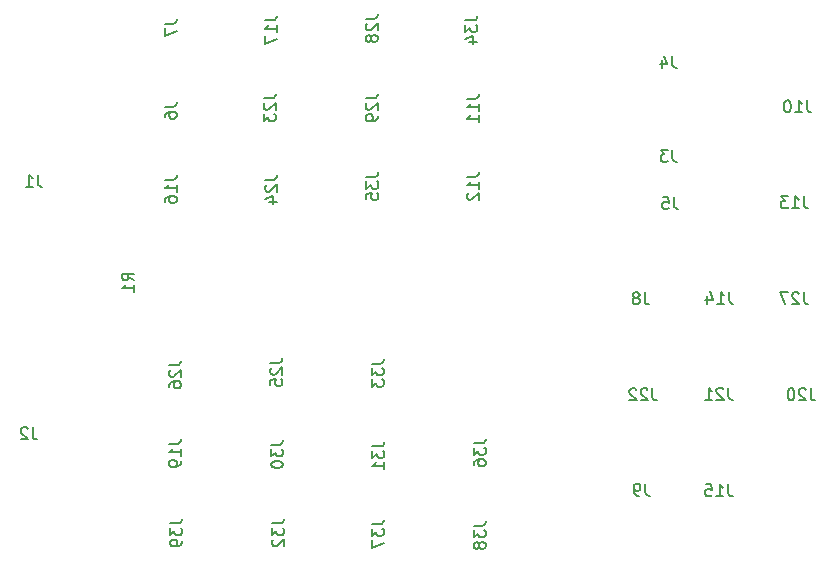
<source format=gbr>
G04 #@! TF.GenerationSoftware,KiCad,Pcbnew,(5.1.5-0-10_14)*
G04 #@! TF.CreationDate,2021-10-24T14:34:02+10:00*
G04 #@! TF.ProjectId,PowerDistribution,506f7765-7244-4697-9374-726962757469,rev?*
G04 #@! TF.SameCoordinates,Original*
G04 #@! TF.FileFunction,Legend,Bot*
G04 #@! TF.FilePolarity,Positive*
%FSLAX46Y46*%
G04 Gerber Fmt 4.6, Leading zero omitted, Abs format (unit mm)*
G04 Created by KiCad (PCBNEW (5.1.5-0-10_14)) date 2021-10-24 14:34:02*
%MOMM*%
%LPD*%
G04 APERTURE LIST*
%ADD10C,0.150000*%
G04 APERTURE END LIST*
D10*
X103393833Y-93686380D02*
X103393833Y-94400666D01*
X103441452Y-94543523D01*
X103536690Y-94638761D01*
X103679547Y-94686380D01*
X103774785Y-94686380D01*
X102965261Y-93781619D02*
X102917642Y-93734000D01*
X102822404Y-93686380D01*
X102584309Y-93686380D01*
X102489071Y-93734000D01*
X102441452Y-93781619D01*
X102393833Y-93876857D01*
X102393833Y-93972095D01*
X102441452Y-94114952D01*
X103012880Y-94686380D01*
X102393833Y-94686380D01*
X103837833Y-72286880D02*
X103837833Y-73001166D01*
X103885452Y-73144023D01*
X103980690Y-73239261D01*
X104123547Y-73286880D01*
X104218785Y-73286880D01*
X102837833Y-73286880D02*
X103409261Y-73286880D01*
X103123547Y-73286880D02*
X103123547Y-72286880D01*
X103218785Y-72429738D01*
X103314023Y-72524976D01*
X103409261Y-72572595D01*
X111958880Y-81240333D02*
X111482690Y-80907000D01*
X111958880Y-80668904D02*
X110958880Y-80668904D01*
X110958880Y-81049857D01*
X111006500Y-81145095D01*
X111054119Y-81192714D01*
X111149357Y-81240333D01*
X111292214Y-81240333D01*
X111387452Y-81192714D01*
X111435071Y-81145095D01*
X111482690Y-81049857D01*
X111482690Y-80668904D01*
X111958880Y-82192714D02*
X111958880Y-81621285D01*
X111958880Y-81907000D02*
X110958880Y-81907000D01*
X111101738Y-81811761D01*
X111196976Y-81716523D01*
X111244595Y-81621285D01*
X162290023Y-98512380D02*
X162290023Y-99226666D01*
X162337642Y-99369523D01*
X162432880Y-99464761D01*
X162575738Y-99512380D01*
X162670976Y-99512380D01*
X161290023Y-99512380D02*
X161861452Y-99512380D01*
X161575738Y-99512380D02*
X161575738Y-98512380D01*
X161670976Y-98655238D01*
X161766214Y-98750476D01*
X161861452Y-98798095D01*
X160385261Y-98512380D02*
X160861452Y-98512380D01*
X160909071Y-98988571D01*
X160861452Y-98940952D01*
X160766214Y-98893333D01*
X160528119Y-98893333D01*
X160432880Y-98940952D01*
X160385261Y-98988571D01*
X160337642Y-99083809D01*
X160337642Y-99321904D01*
X160385261Y-99417142D01*
X160432880Y-99464761D01*
X160528119Y-99512380D01*
X160766214Y-99512380D01*
X160861452Y-99464761D01*
X160909071Y-99417142D01*
X140168380Y-72469476D02*
X140882666Y-72469476D01*
X141025523Y-72421857D01*
X141120761Y-72326619D01*
X141168380Y-72183761D01*
X141168380Y-72088523D01*
X141168380Y-73469476D02*
X141168380Y-72898047D01*
X141168380Y-73183761D02*
X140168380Y-73183761D01*
X140311238Y-73088523D01*
X140406476Y-72993285D01*
X140454095Y-72898047D01*
X140263619Y-73850428D02*
X140216000Y-73898047D01*
X140168380Y-73993285D01*
X140168380Y-74231380D01*
X140216000Y-74326619D01*
X140263619Y-74374238D01*
X140358857Y-74421857D01*
X140454095Y-74421857D01*
X140596952Y-74374238D01*
X141168380Y-73802809D01*
X141168380Y-74421857D01*
X155273333Y-98448880D02*
X155273333Y-99163166D01*
X155320952Y-99306023D01*
X155416190Y-99401261D01*
X155559047Y-99448880D01*
X155654285Y-99448880D01*
X154749523Y-99448880D02*
X154559047Y-99448880D01*
X154463809Y-99401261D01*
X154416190Y-99353642D01*
X154320952Y-99210785D01*
X154273333Y-99020309D01*
X154273333Y-98639357D01*
X154320952Y-98544119D01*
X154368571Y-98496500D01*
X154463809Y-98448880D01*
X154654285Y-98448880D01*
X154749523Y-98496500D01*
X154797142Y-98544119D01*
X154844761Y-98639357D01*
X154844761Y-98877452D01*
X154797142Y-98972690D01*
X154749523Y-99020309D01*
X154654285Y-99067928D01*
X154463809Y-99067928D01*
X154368571Y-99020309D01*
X154320952Y-98972690D01*
X154273333Y-98877452D01*
X140739880Y-95011976D02*
X141454166Y-95011976D01*
X141597023Y-94964357D01*
X141692261Y-94869119D01*
X141739880Y-94726261D01*
X141739880Y-94631023D01*
X140739880Y-95392928D02*
X140739880Y-96011976D01*
X141120833Y-95678642D01*
X141120833Y-95821500D01*
X141168452Y-95916738D01*
X141216071Y-95964357D01*
X141311309Y-96011976D01*
X141549404Y-96011976D01*
X141644642Y-95964357D01*
X141692261Y-95916738D01*
X141739880Y-95821500D01*
X141739880Y-95535785D01*
X141692261Y-95440547D01*
X141644642Y-95392928D01*
X140739880Y-96869119D02*
X140739880Y-96678642D01*
X140787500Y-96583404D01*
X140835119Y-96535785D01*
X140977976Y-96440547D01*
X141168452Y-96392928D01*
X141549404Y-96392928D01*
X141644642Y-96440547D01*
X141692261Y-96488166D01*
X141739880Y-96583404D01*
X141739880Y-96773880D01*
X141692261Y-96869119D01*
X141644642Y-96916738D01*
X141549404Y-96964357D01*
X141311309Y-96964357D01*
X141216071Y-96916738D01*
X141168452Y-96869119D01*
X141120833Y-96773880D01*
X141120833Y-96583404D01*
X141168452Y-96488166D01*
X141216071Y-96440547D01*
X141311309Y-96392928D01*
X140168380Y-65865476D02*
X140882666Y-65865476D01*
X141025523Y-65817857D01*
X141120761Y-65722619D01*
X141168380Y-65579761D01*
X141168380Y-65484523D01*
X141168380Y-66865476D02*
X141168380Y-66294047D01*
X141168380Y-66579761D02*
X140168380Y-66579761D01*
X140311238Y-66484523D01*
X140406476Y-66389285D01*
X140454095Y-66294047D01*
X141168380Y-67817857D02*
X141168380Y-67246428D01*
X141168380Y-67532142D02*
X140168380Y-67532142D01*
X140311238Y-67436904D01*
X140406476Y-67341666D01*
X140454095Y-67246428D01*
X155876523Y-90384380D02*
X155876523Y-91098666D01*
X155924142Y-91241523D01*
X156019380Y-91336761D01*
X156162238Y-91384380D01*
X156257476Y-91384380D01*
X155447952Y-90479619D02*
X155400333Y-90432000D01*
X155305095Y-90384380D01*
X155067000Y-90384380D01*
X154971761Y-90432000D01*
X154924142Y-90479619D01*
X154876523Y-90574857D01*
X154876523Y-90670095D01*
X154924142Y-90812952D01*
X155495571Y-91384380D01*
X154876523Y-91384380D01*
X154495571Y-90479619D02*
X154447952Y-90432000D01*
X154352714Y-90384380D01*
X154114619Y-90384380D01*
X154019380Y-90432000D01*
X153971761Y-90479619D01*
X153924142Y-90574857D01*
X153924142Y-90670095D01*
X153971761Y-90812952D01*
X154543190Y-91384380D01*
X153924142Y-91384380D01*
X140739880Y-101996976D02*
X141454166Y-101996976D01*
X141597023Y-101949357D01*
X141692261Y-101854119D01*
X141739880Y-101711261D01*
X141739880Y-101616023D01*
X140739880Y-102377928D02*
X140739880Y-102996976D01*
X141120833Y-102663642D01*
X141120833Y-102806500D01*
X141168452Y-102901738D01*
X141216071Y-102949357D01*
X141311309Y-102996976D01*
X141549404Y-102996976D01*
X141644642Y-102949357D01*
X141692261Y-102901738D01*
X141739880Y-102806500D01*
X141739880Y-102520785D01*
X141692261Y-102425547D01*
X141644642Y-102377928D01*
X141168452Y-103568404D02*
X141120833Y-103473166D01*
X141073214Y-103425547D01*
X140977976Y-103377928D01*
X140930357Y-103377928D01*
X140835119Y-103425547D01*
X140787500Y-103473166D01*
X140739880Y-103568404D01*
X140739880Y-103758880D01*
X140787500Y-103854119D01*
X140835119Y-103901738D01*
X140930357Y-103949357D01*
X140977976Y-103949357D01*
X141073214Y-103901738D01*
X141120833Y-103854119D01*
X141168452Y-103758880D01*
X141168452Y-103568404D01*
X141216071Y-103473166D01*
X141263690Y-103425547D01*
X141358928Y-103377928D01*
X141549404Y-103377928D01*
X141644642Y-103425547D01*
X141692261Y-103473166D01*
X141739880Y-103568404D01*
X141739880Y-103758880D01*
X141692261Y-103854119D01*
X141644642Y-103901738D01*
X141549404Y-103949357D01*
X141358928Y-103949357D01*
X141263690Y-103901738D01*
X141216071Y-103854119D01*
X141168452Y-103758880D01*
X131659380Y-72469476D02*
X132373666Y-72469476D01*
X132516523Y-72421857D01*
X132611761Y-72326619D01*
X132659380Y-72183761D01*
X132659380Y-72088523D01*
X131659380Y-72850428D02*
X131659380Y-73469476D01*
X132040333Y-73136142D01*
X132040333Y-73279000D01*
X132087952Y-73374238D01*
X132135571Y-73421857D01*
X132230809Y-73469476D01*
X132468904Y-73469476D01*
X132564142Y-73421857D01*
X132611761Y-73374238D01*
X132659380Y-73279000D01*
X132659380Y-72993285D01*
X132611761Y-72898047D01*
X132564142Y-72850428D01*
X131659380Y-74374238D02*
X131659380Y-73898047D01*
X132135571Y-73850428D01*
X132087952Y-73898047D01*
X132040333Y-73993285D01*
X132040333Y-74231380D01*
X132087952Y-74326619D01*
X132135571Y-74374238D01*
X132230809Y-74421857D01*
X132468904Y-74421857D01*
X132564142Y-74374238D01*
X132611761Y-74326619D01*
X132659380Y-74231380D01*
X132659380Y-73993285D01*
X132611761Y-73898047D01*
X132564142Y-73850428D01*
X162290023Y-90320880D02*
X162290023Y-91035166D01*
X162337642Y-91178023D01*
X162432880Y-91273261D01*
X162575738Y-91320880D01*
X162670976Y-91320880D01*
X161861452Y-90416119D02*
X161813833Y-90368500D01*
X161718595Y-90320880D01*
X161480500Y-90320880D01*
X161385261Y-90368500D01*
X161337642Y-90416119D01*
X161290023Y-90511357D01*
X161290023Y-90606595D01*
X161337642Y-90749452D01*
X161909071Y-91320880D01*
X161290023Y-91320880D01*
X160337642Y-91320880D02*
X160909071Y-91320880D01*
X160623357Y-91320880D02*
X160623357Y-90320880D01*
X160718595Y-90463738D01*
X160813833Y-90558976D01*
X160909071Y-90606595D01*
X132103880Y-101869976D02*
X132818166Y-101869976D01*
X132961023Y-101822357D01*
X133056261Y-101727119D01*
X133103880Y-101584261D01*
X133103880Y-101489023D01*
X132103880Y-102250928D02*
X132103880Y-102869976D01*
X132484833Y-102536642D01*
X132484833Y-102679500D01*
X132532452Y-102774738D01*
X132580071Y-102822357D01*
X132675309Y-102869976D01*
X132913404Y-102869976D01*
X133008642Y-102822357D01*
X133056261Y-102774738D01*
X133103880Y-102679500D01*
X133103880Y-102393785D01*
X133056261Y-102298547D01*
X133008642Y-102250928D01*
X132103880Y-103203309D02*
X132103880Y-103869976D01*
X133103880Y-103441404D01*
X140041380Y-59197976D02*
X140755666Y-59197976D01*
X140898523Y-59150357D01*
X140993761Y-59055119D01*
X141041380Y-58912261D01*
X141041380Y-58817023D01*
X140041380Y-59578928D02*
X140041380Y-60197976D01*
X140422333Y-59864642D01*
X140422333Y-60007500D01*
X140469952Y-60102738D01*
X140517571Y-60150357D01*
X140612809Y-60197976D01*
X140850904Y-60197976D01*
X140946142Y-60150357D01*
X140993761Y-60102738D01*
X141041380Y-60007500D01*
X141041380Y-59721785D01*
X140993761Y-59626547D01*
X140946142Y-59578928D01*
X140374714Y-61055119D02*
X141041380Y-61055119D01*
X139993761Y-60817023D02*
X140708047Y-60578928D01*
X140708047Y-61197976D01*
X169275023Y-90384380D02*
X169275023Y-91098666D01*
X169322642Y-91241523D01*
X169417880Y-91336761D01*
X169560738Y-91384380D01*
X169655976Y-91384380D01*
X168846452Y-90479619D02*
X168798833Y-90432000D01*
X168703595Y-90384380D01*
X168465500Y-90384380D01*
X168370261Y-90432000D01*
X168322642Y-90479619D01*
X168275023Y-90574857D01*
X168275023Y-90670095D01*
X168322642Y-90812952D01*
X168894071Y-91384380D01*
X168275023Y-91384380D01*
X167655976Y-90384380D02*
X167560738Y-90384380D01*
X167465500Y-90432000D01*
X167417880Y-90479619D01*
X167370261Y-90574857D01*
X167322642Y-90765333D01*
X167322642Y-91003428D01*
X167370261Y-91193904D01*
X167417880Y-91289142D01*
X167465500Y-91336761D01*
X167560738Y-91384380D01*
X167655976Y-91384380D01*
X167751214Y-91336761D01*
X167798833Y-91289142D01*
X167846452Y-91193904D01*
X167894071Y-91003428D01*
X167894071Y-90765333D01*
X167846452Y-90574857D01*
X167798833Y-90479619D01*
X167751214Y-90432000D01*
X167655976Y-90384380D01*
X132103880Y-88280976D02*
X132818166Y-88280976D01*
X132961023Y-88233357D01*
X133056261Y-88138119D01*
X133103880Y-87995261D01*
X133103880Y-87900023D01*
X132103880Y-88661928D02*
X132103880Y-89280976D01*
X132484833Y-88947642D01*
X132484833Y-89090500D01*
X132532452Y-89185738D01*
X132580071Y-89233357D01*
X132675309Y-89280976D01*
X132913404Y-89280976D01*
X133008642Y-89233357D01*
X133056261Y-89185738D01*
X133103880Y-89090500D01*
X133103880Y-88804785D01*
X133056261Y-88709547D01*
X133008642Y-88661928D01*
X132103880Y-89614309D02*
X132103880Y-90233357D01*
X132484833Y-89900023D01*
X132484833Y-90042880D01*
X132532452Y-90138119D01*
X132580071Y-90185738D01*
X132675309Y-90233357D01*
X132913404Y-90233357D01*
X133008642Y-90185738D01*
X133056261Y-90138119D01*
X133103880Y-90042880D01*
X133103880Y-89757166D01*
X133056261Y-89661928D01*
X133008642Y-89614309D01*
X131595880Y-65801976D02*
X132310166Y-65801976D01*
X132453023Y-65754357D01*
X132548261Y-65659119D01*
X132595880Y-65516261D01*
X132595880Y-65421023D01*
X131691119Y-66230547D02*
X131643500Y-66278166D01*
X131595880Y-66373404D01*
X131595880Y-66611500D01*
X131643500Y-66706738D01*
X131691119Y-66754357D01*
X131786357Y-66801976D01*
X131881595Y-66801976D01*
X132024452Y-66754357D01*
X132595880Y-66182928D01*
X132595880Y-66801976D01*
X132595880Y-67278166D02*
X132595880Y-67468642D01*
X132548261Y-67563880D01*
X132500642Y-67611500D01*
X132357785Y-67706738D01*
X132167309Y-67754357D01*
X131786357Y-67754357D01*
X131691119Y-67706738D01*
X131643500Y-67659119D01*
X131595880Y-67563880D01*
X131595880Y-67373404D01*
X131643500Y-67278166D01*
X131691119Y-67230547D01*
X131786357Y-67182928D01*
X132024452Y-67182928D01*
X132119690Y-67230547D01*
X132167309Y-67278166D01*
X132214928Y-67373404D01*
X132214928Y-67563880D01*
X132167309Y-67659119D01*
X132119690Y-67706738D01*
X132024452Y-67754357D01*
X168703523Y-82256380D02*
X168703523Y-82970666D01*
X168751142Y-83113523D01*
X168846380Y-83208761D01*
X168989238Y-83256380D01*
X169084476Y-83256380D01*
X168274952Y-82351619D02*
X168227333Y-82304000D01*
X168132095Y-82256380D01*
X167894000Y-82256380D01*
X167798761Y-82304000D01*
X167751142Y-82351619D01*
X167703523Y-82446857D01*
X167703523Y-82542095D01*
X167751142Y-82684952D01*
X168322571Y-83256380D01*
X167703523Y-83256380D01*
X167370190Y-82256380D02*
X166703523Y-82256380D01*
X167132095Y-83256380D01*
X123658380Y-101806476D02*
X124372666Y-101806476D01*
X124515523Y-101758857D01*
X124610761Y-101663619D01*
X124658380Y-101520761D01*
X124658380Y-101425523D01*
X123658380Y-102187428D02*
X123658380Y-102806476D01*
X124039333Y-102473142D01*
X124039333Y-102616000D01*
X124086952Y-102711238D01*
X124134571Y-102758857D01*
X124229809Y-102806476D01*
X124467904Y-102806476D01*
X124563142Y-102758857D01*
X124610761Y-102711238D01*
X124658380Y-102616000D01*
X124658380Y-102330285D01*
X124610761Y-102235047D01*
X124563142Y-102187428D01*
X123753619Y-103187428D02*
X123706000Y-103235047D01*
X123658380Y-103330285D01*
X123658380Y-103568380D01*
X123706000Y-103663619D01*
X123753619Y-103711238D01*
X123848857Y-103758857D01*
X123944095Y-103758857D01*
X124086952Y-103711238D01*
X124658380Y-103139809D01*
X124658380Y-103758857D01*
X131595880Y-59070976D02*
X132310166Y-59070976D01*
X132453023Y-59023357D01*
X132548261Y-58928119D01*
X132595880Y-58785261D01*
X132595880Y-58690023D01*
X131691119Y-59499547D02*
X131643500Y-59547166D01*
X131595880Y-59642404D01*
X131595880Y-59880500D01*
X131643500Y-59975738D01*
X131691119Y-60023357D01*
X131786357Y-60070976D01*
X131881595Y-60070976D01*
X132024452Y-60023357D01*
X132595880Y-59451928D01*
X132595880Y-60070976D01*
X132024452Y-60642404D02*
X131976833Y-60547166D01*
X131929214Y-60499547D01*
X131833976Y-60451928D01*
X131786357Y-60451928D01*
X131691119Y-60499547D01*
X131643500Y-60547166D01*
X131595880Y-60642404D01*
X131595880Y-60832880D01*
X131643500Y-60928119D01*
X131691119Y-60975738D01*
X131786357Y-61023357D01*
X131833976Y-61023357D01*
X131929214Y-60975738D01*
X131976833Y-60928119D01*
X132024452Y-60832880D01*
X132024452Y-60642404D01*
X132072071Y-60547166D01*
X132119690Y-60499547D01*
X132214928Y-60451928D01*
X132405404Y-60451928D01*
X132500642Y-60499547D01*
X132548261Y-60547166D01*
X132595880Y-60642404D01*
X132595880Y-60832880D01*
X132548261Y-60928119D01*
X132500642Y-60975738D01*
X132405404Y-61023357D01*
X132214928Y-61023357D01*
X132119690Y-60975738D01*
X132072071Y-60928119D01*
X132024452Y-60832880D01*
X168693523Y-74115880D02*
X168693523Y-74830166D01*
X168741142Y-74973023D01*
X168836380Y-75068261D01*
X168979238Y-75115880D01*
X169074476Y-75115880D01*
X167693523Y-75115880D02*
X168264952Y-75115880D01*
X167979238Y-75115880D02*
X167979238Y-74115880D01*
X168074476Y-74258738D01*
X168169714Y-74353976D01*
X168264952Y-74401595D01*
X167360190Y-74115880D02*
X166741142Y-74115880D01*
X167074476Y-74496833D01*
X166931619Y-74496833D01*
X166836380Y-74544452D01*
X166788761Y-74592071D01*
X166741142Y-74687309D01*
X166741142Y-74925404D01*
X166788761Y-75020642D01*
X166836380Y-75068261D01*
X166931619Y-75115880D01*
X167217333Y-75115880D01*
X167312571Y-75068261D01*
X167360190Y-75020642D01*
X132167380Y-95265976D02*
X132881666Y-95265976D01*
X133024523Y-95218357D01*
X133119761Y-95123119D01*
X133167380Y-94980261D01*
X133167380Y-94885023D01*
X132167380Y-95646928D02*
X132167380Y-96265976D01*
X132548333Y-95932642D01*
X132548333Y-96075500D01*
X132595952Y-96170738D01*
X132643571Y-96218357D01*
X132738809Y-96265976D01*
X132976904Y-96265976D01*
X133072142Y-96218357D01*
X133119761Y-96170738D01*
X133167380Y-96075500D01*
X133167380Y-95789785D01*
X133119761Y-95694547D01*
X133072142Y-95646928D01*
X133167380Y-97218357D02*
X133167380Y-96646928D01*
X133167380Y-96932642D02*
X132167380Y-96932642D01*
X132310238Y-96837404D01*
X132405476Y-96742166D01*
X132453095Y-96646928D01*
X123086880Y-72723476D02*
X123801166Y-72723476D01*
X123944023Y-72675857D01*
X124039261Y-72580619D01*
X124086880Y-72437761D01*
X124086880Y-72342523D01*
X123182119Y-73152047D02*
X123134500Y-73199666D01*
X123086880Y-73294904D01*
X123086880Y-73533000D01*
X123134500Y-73628238D01*
X123182119Y-73675857D01*
X123277357Y-73723476D01*
X123372595Y-73723476D01*
X123515452Y-73675857D01*
X124086880Y-73104428D01*
X124086880Y-73723476D01*
X123420214Y-74580619D02*
X124086880Y-74580619D01*
X123039261Y-74342523D02*
X123753547Y-74104428D01*
X123753547Y-74723476D01*
X162354023Y-82192880D02*
X162354023Y-82907166D01*
X162401642Y-83050023D01*
X162496880Y-83145261D01*
X162639738Y-83192880D01*
X162734976Y-83192880D01*
X161354023Y-83192880D02*
X161925452Y-83192880D01*
X161639738Y-83192880D02*
X161639738Y-82192880D01*
X161734976Y-82335738D01*
X161830214Y-82430976D01*
X161925452Y-82478595D01*
X160496880Y-82526214D02*
X160496880Y-83192880D01*
X160734976Y-82145261D02*
X160973071Y-82859547D01*
X160354023Y-82859547D01*
X123594880Y-95138976D02*
X124309166Y-95138976D01*
X124452023Y-95091357D01*
X124547261Y-94996119D01*
X124594880Y-94853261D01*
X124594880Y-94758023D01*
X123594880Y-95519928D02*
X123594880Y-96138976D01*
X123975833Y-95805642D01*
X123975833Y-95948500D01*
X124023452Y-96043738D01*
X124071071Y-96091357D01*
X124166309Y-96138976D01*
X124404404Y-96138976D01*
X124499642Y-96091357D01*
X124547261Y-96043738D01*
X124594880Y-95948500D01*
X124594880Y-95662785D01*
X124547261Y-95567547D01*
X124499642Y-95519928D01*
X123594880Y-96758023D02*
X123594880Y-96853261D01*
X123642500Y-96948500D01*
X123690119Y-96996119D01*
X123785357Y-97043738D01*
X123975833Y-97091357D01*
X124213928Y-97091357D01*
X124404404Y-97043738D01*
X124499642Y-96996119D01*
X124547261Y-96948500D01*
X124594880Y-96853261D01*
X124594880Y-96758023D01*
X124547261Y-96662785D01*
X124499642Y-96615166D01*
X124404404Y-96567547D01*
X124213928Y-96519928D01*
X123975833Y-96519928D01*
X123785357Y-96567547D01*
X123690119Y-96615166D01*
X123642500Y-96662785D01*
X123594880Y-96758023D01*
X122959880Y-65801976D02*
X123674166Y-65801976D01*
X123817023Y-65754357D01*
X123912261Y-65659119D01*
X123959880Y-65516261D01*
X123959880Y-65421023D01*
X123055119Y-66230547D02*
X123007500Y-66278166D01*
X122959880Y-66373404D01*
X122959880Y-66611500D01*
X123007500Y-66706738D01*
X123055119Y-66754357D01*
X123150357Y-66801976D01*
X123245595Y-66801976D01*
X123388452Y-66754357D01*
X123959880Y-66182928D01*
X123959880Y-66801976D01*
X122959880Y-67135309D02*
X122959880Y-67754357D01*
X123340833Y-67421023D01*
X123340833Y-67563880D01*
X123388452Y-67659119D01*
X123436071Y-67706738D01*
X123531309Y-67754357D01*
X123769404Y-67754357D01*
X123864642Y-67706738D01*
X123912261Y-67659119D01*
X123959880Y-67563880D01*
X123959880Y-67278166D01*
X123912261Y-67182928D01*
X123864642Y-67135309D01*
X168957523Y-66000380D02*
X168957523Y-66714666D01*
X169005142Y-66857523D01*
X169100380Y-66952761D01*
X169243238Y-67000380D01*
X169338476Y-67000380D01*
X167957523Y-67000380D02*
X168528952Y-67000380D01*
X168243238Y-67000380D02*
X168243238Y-66000380D01*
X168338476Y-66143238D01*
X168433714Y-66238476D01*
X168528952Y-66286095D01*
X167338476Y-66000380D02*
X167243238Y-66000380D01*
X167148000Y-66048000D01*
X167100380Y-66095619D01*
X167052761Y-66190857D01*
X167005142Y-66381333D01*
X167005142Y-66619428D01*
X167052761Y-66809904D01*
X167100380Y-66905142D01*
X167148000Y-66952761D01*
X167243238Y-67000380D01*
X167338476Y-67000380D01*
X167433714Y-66952761D01*
X167481333Y-66905142D01*
X167528952Y-66809904D01*
X167576571Y-66619428D01*
X167576571Y-66381333D01*
X167528952Y-66190857D01*
X167481333Y-66095619D01*
X167433714Y-66048000D01*
X167338476Y-66000380D01*
X123531380Y-88217476D02*
X124245666Y-88217476D01*
X124388523Y-88169857D01*
X124483761Y-88074619D01*
X124531380Y-87931761D01*
X124531380Y-87836523D01*
X123626619Y-88646047D02*
X123579000Y-88693666D01*
X123531380Y-88788904D01*
X123531380Y-89027000D01*
X123579000Y-89122238D01*
X123626619Y-89169857D01*
X123721857Y-89217476D01*
X123817095Y-89217476D01*
X123959952Y-89169857D01*
X124531380Y-88598428D01*
X124531380Y-89217476D01*
X123531380Y-90122238D02*
X123531380Y-89646047D01*
X124007571Y-89598428D01*
X123959952Y-89646047D01*
X123912333Y-89741285D01*
X123912333Y-89979380D01*
X123959952Y-90074619D01*
X124007571Y-90122238D01*
X124102809Y-90169857D01*
X124340904Y-90169857D01*
X124436142Y-90122238D01*
X124483761Y-90074619D01*
X124531380Y-89979380D01*
X124531380Y-89741285D01*
X124483761Y-89646047D01*
X124436142Y-89598428D01*
X123086880Y-59197976D02*
X123801166Y-59197976D01*
X123944023Y-59150357D01*
X124039261Y-59055119D01*
X124086880Y-58912261D01*
X124086880Y-58817023D01*
X124086880Y-60197976D02*
X124086880Y-59626547D01*
X124086880Y-59912261D02*
X123086880Y-59912261D01*
X123229738Y-59817023D01*
X123324976Y-59721785D01*
X123372595Y-59626547D01*
X123086880Y-60531309D02*
X123086880Y-61197976D01*
X124086880Y-60769404D01*
X155209833Y-82256380D02*
X155209833Y-82970666D01*
X155257452Y-83113523D01*
X155352690Y-83208761D01*
X155495547Y-83256380D01*
X155590785Y-83256380D01*
X154590785Y-82684952D02*
X154686023Y-82637333D01*
X154733642Y-82589714D01*
X154781261Y-82494476D01*
X154781261Y-82446857D01*
X154733642Y-82351619D01*
X154686023Y-82304000D01*
X154590785Y-82256380D01*
X154400309Y-82256380D01*
X154305071Y-82304000D01*
X154257452Y-82351619D01*
X154209833Y-82446857D01*
X154209833Y-82494476D01*
X154257452Y-82589714D01*
X154305071Y-82637333D01*
X154400309Y-82684952D01*
X154590785Y-82684952D01*
X154686023Y-82732571D01*
X154733642Y-82780190D01*
X154781261Y-82875428D01*
X154781261Y-83065904D01*
X154733642Y-83161142D01*
X154686023Y-83208761D01*
X154590785Y-83256380D01*
X154400309Y-83256380D01*
X154305071Y-83208761D01*
X154257452Y-83161142D01*
X154209833Y-83065904D01*
X154209833Y-82875428D01*
X154257452Y-82780190D01*
X154305071Y-82732571D01*
X154400309Y-82684952D01*
X114958880Y-88407976D02*
X115673166Y-88407976D01*
X115816023Y-88360357D01*
X115911261Y-88265119D01*
X115958880Y-88122261D01*
X115958880Y-88027023D01*
X115054119Y-88836547D02*
X115006500Y-88884166D01*
X114958880Y-88979404D01*
X114958880Y-89217500D01*
X115006500Y-89312738D01*
X115054119Y-89360357D01*
X115149357Y-89407976D01*
X115244595Y-89407976D01*
X115387452Y-89360357D01*
X115958880Y-88788928D01*
X115958880Y-89407976D01*
X114958880Y-90265119D02*
X114958880Y-90074642D01*
X115006500Y-89979404D01*
X115054119Y-89931785D01*
X115196976Y-89836547D01*
X115387452Y-89788928D01*
X115768404Y-89788928D01*
X115863642Y-89836547D01*
X115911261Y-89884166D01*
X115958880Y-89979404D01*
X115958880Y-90169880D01*
X115911261Y-90265119D01*
X115863642Y-90312738D01*
X115768404Y-90360357D01*
X115530309Y-90360357D01*
X115435071Y-90312738D01*
X115387452Y-90265119D01*
X115339833Y-90169880D01*
X115339833Y-89979404D01*
X115387452Y-89884166D01*
X115435071Y-89836547D01*
X115530309Y-89788928D01*
X114577880Y-72723476D02*
X115292166Y-72723476D01*
X115435023Y-72675857D01*
X115530261Y-72580619D01*
X115577880Y-72437761D01*
X115577880Y-72342523D01*
X115577880Y-73723476D02*
X115577880Y-73152047D01*
X115577880Y-73437761D02*
X114577880Y-73437761D01*
X114720738Y-73342523D01*
X114815976Y-73247285D01*
X114863595Y-73152047D01*
X114577880Y-74580619D02*
X114577880Y-74390142D01*
X114625500Y-74294904D01*
X114673119Y-74247285D01*
X114815976Y-74152047D01*
X115006452Y-74104428D01*
X115387404Y-74104428D01*
X115482642Y-74152047D01*
X115530261Y-74199666D01*
X115577880Y-74294904D01*
X115577880Y-74485380D01*
X115530261Y-74580619D01*
X115482642Y-74628238D01*
X115387404Y-74675857D01*
X115149309Y-74675857D01*
X115054071Y-74628238D01*
X115006452Y-74580619D01*
X114958833Y-74485380D01*
X114958833Y-74294904D01*
X115006452Y-74199666D01*
X115054071Y-74152047D01*
X115149309Y-74104428D01*
X157686333Y-74191880D02*
X157686333Y-74906166D01*
X157733952Y-75049023D01*
X157829190Y-75144261D01*
X157972047Y-75191880D01*
X158067285Y-75191880D01*
X156733952Y-74191880D02*
X157210142Y-74191880D01*
X157257761Y-74668071D01*
X157210142Y-74620452D01*
X157114904Y-74572833D01*
X156876809Y-74572833D01*
X156781571Y-74620452D01*
X156733952Y-74668071D01*
X156686333Y-74763309D01*
X156686333Y-75001404D01*
X156733952Y-75096642D01*
X156781571Y-75144261D01*
X156876809Y-75191880D01*
X157114904Y-75191880D01*
X157210142Y-75144261D01*
X157257761Y-75096642D01*
X115022380Y-101806476D02*
X115736666Y-101806476D01*
X115879523Y-101758857D01*
X115974761Y-101663619D01*
X116022380Y-101520761D01*
X116022380Y-101425523D01*
X115022380Y-102187428D02*
X115022380Y-102806476D01*
X115403333Y-102473142D01*
X115403333Y-102616000D01*
X115450952Y-102711238D01*
X115498571Y-102758857D01*
X115593809Y-102806476D01*
X115831904Y-102806476D01*
X115927142Y-102758857D01*
X115974761Y-102711238D01*
X116022380Y-102616000D01*
X116022380Y-102330285D01*
X115974761Y-102235047D01*
X115927142Y-102187428D01*
X116022380Y-103282666D02*
X116022380Y-103473142D01*
X115974761Y-103568380D01*
X115927142Y-103616000D01*
X115784285Y-103711238D01*
X115593809Y-103758857D01*
X115212857Y-103758857D01*
X115117619Y-103711238D01*
X115070000Y-103663619D01*
X115022380Y-103568380D01*
X115022380Y-103377904D01*
X115070000Y-103282666D01*
X115117619Y-103235047D01*
X115212857Y-103187428D01*
X115450952Y-103187428D01*
X115546190Y-103235047D01*
X115593809Y-103282666D01*
X115641428Y-103377904D01*
X115641428Y-103568380D01*
X115593809Y-103663619D01*
X115546190Y-103711238D01*
X115450952Y-103758857D01*
X114577880Y-59483666D02*
X115292166Y-59483666D01*
X115435023Y-59436047D01*
X115530261Y-59340809D01*
X115577880Y-59197952D01*
X115577880Y-59102714D01*
X114577880Y-59864619D02*
X114577880Y-60531285D01*
X115577880Y-60102714D01*
X157559333Y-62253880D02*
X157559333Y-62968166D01*
X157606952Y-63111023D01*
X157702190Y-63206261D01*
X157845047Y-63253880D01*
X157940285Y-63253880D01*
X156654571Y-62587214D02*
X156654571Y-63253880D01*
X156892666Y-62206261D02*
X157130761Y-62920547D01*
X156511714Y-62920547D01*
X114958880Y-95075476D02*
X115673166Y-95075476D01*
X115816023Y-95027857D01*
X115911261Y-94932619D01*
X115958880Y-94789761D01*
X115958880Y-94694523D01*
X115958880Y-96075476D02*
X115958880Y-95504047D01*
X115958880Y-95789761D02*
X114958880Y-95789761D01*
X115101738Y-95694523D01*
X115196976Y-95599285D01*
X115244595Y-95504047D01*
X115958880Y-96551666D02*
X115958880Y-96742142D01*
X115911261Y-96837380D01*
X115863642Y-96885000D01*
X115720785Y-96980238D01*
X115530309Y-97027857D01*
X115149357Y-97027857D01*
X115054119Y-96980238D01*
X115006500Y-96932619D01*
X114958880Y-96837380D01*
X114958880Y-96646904D01*
X115006500Y-96551666D01*
X115054119Y-96504047D01*
X115149357Y-96456428D01*
X115387452Y-96456428D01*
X115482690Y-96504047D01*
X115530309Y-96551666D01*
X115577928Y-96646904D01*
X115577928Y-96837380D01*
X115530309Y-96932619D01*
X115482690Y-96980238D01*
X115387452Y-97027857D01*
X114577880Y-66532166D02*
X115292166Y-66532166D01*
X115435023Y-66484547D01*
X115530261Y-66389309D01*
X115577880Y-66246452D01*
X115577880Y-66151214D01*
X114577880Y-67436928D02*
X114577880Y-67246452D01*
X114625500Y-67151214D01*
X114673119Y-67103595D01*
X114815976Y-67008357D01*
X115006452Y-66960738D01*
X115387404Y-66960738D01*
X115482642Y-67008357D01*
X115530261Y-67055976D01*
X115577880Y-67151214D01*
X115577880Y-67341690D01*
X115530261Y-67436928D01*
X115482642Y-67484547D01*
X115387404Y-67532166D01*
X115149309Y-67532166D01*
X115054071Y-67484547D01*
X115006452Y-67436928D01*
X114958833Y-67341690D01*
X114958833Y-67151214D01*
X115006452Y-67055976D01*
X115054071Y-67008357D01*
X115149309Y-66960738D01*
X157559333Y-70191380D02*
X157559333Y-70905666D01*
X157606952Y-71048523D01*
X157702190Y-71143761D01*
X157845047Y-71191380D01*
X157940285Y-71191380D01*
X157178380Y-70191380D02*
X156559333Y-70191380D01*
X156892666Y-70572333D01*
X156749809Y-70572333D01*
X156654571Y-70619952D01*
X156606952Y-70667571D01*
X156559333Y-70762809D01*
X156559333Y-71000904D01*
X156606952Y-71096142D01*
X156654571Y-71143761D01*
X156749809Y-71191380D01*
X157035523Y-71191380D01*
X157130761Y-71143761D01*
X157178380Y-71096142D01*
M02*

</source>
